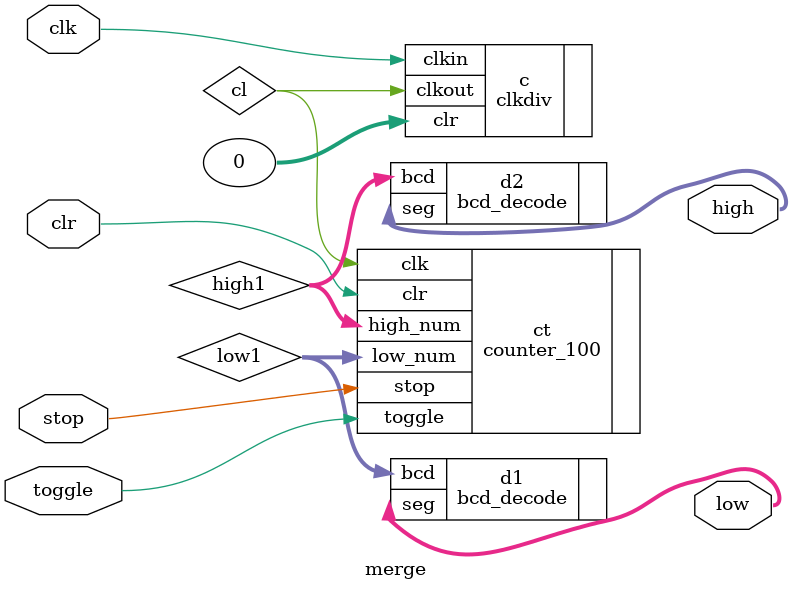
<source format=v>
`timescale 1ns / 1ps
module merge(
    input clk,
    input clr,
	 input toggle,
    input stop,
    output [6:0] high,
    output [6:0] low
    );
	
	wire cl;
	wire[3:0] high1;
	wire[3:0] low1;
	
	clkdiv c(.clkin(clk), .clr(0), .clkout(cl));
	counter_100 ct(.clk(cl), .clr(clr), .toggle(toggle), .stop(stop), .high_num(high1), .low_num(low1));
	bcd_decode d1(.bcd(low1), .seg(low));
	bcd_decode d2(.bcd(high1), .seg(high));

endmodule

</source>
